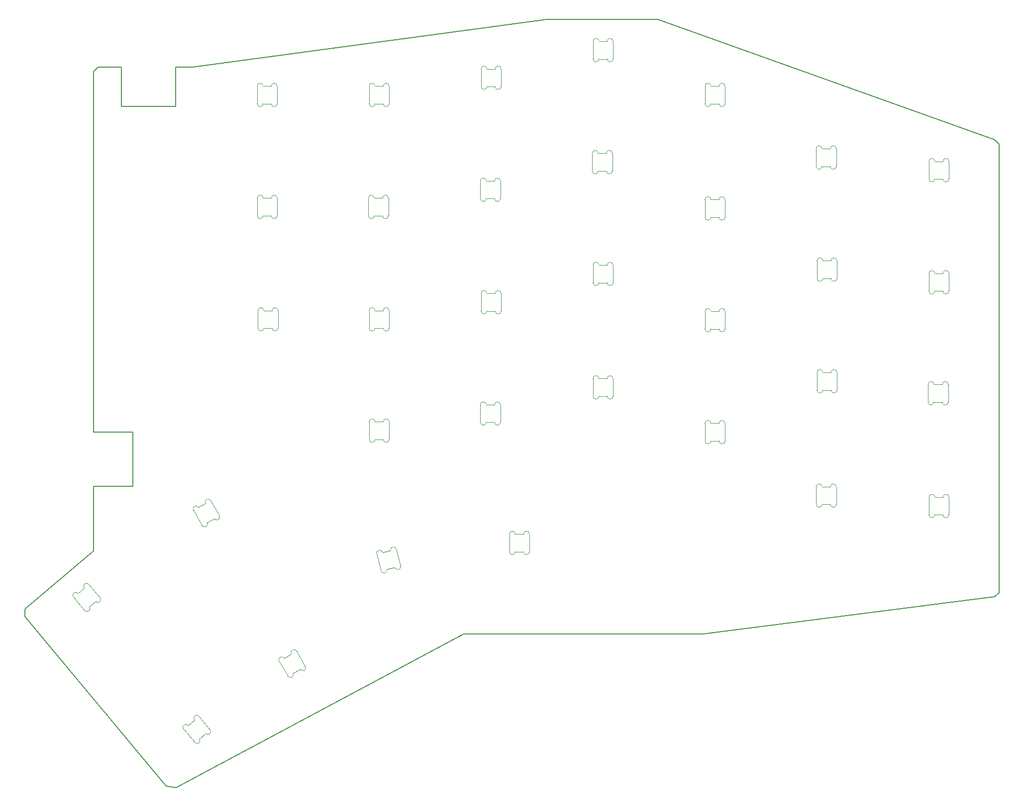
<source format=gbr>
G04 #@! TF.GenerationSoftware,KiCad,Pcbnew,5.1.9-73d0e3b20d~88~ubuntu20.10.1*
G04 #@! TF.CreationDate,2021-02-06T14:41:26+01:00*
G04 #@! TF.ProjectId,YAEMK,5941454d-4b2e-46b6-9963-61645f706362,1.2*
G04 #@! TF.SameCoordinates,Original*
G04 #@! TF.FileFunction,Profile,NP*
%FSLAX46Y46*%
G04 Gerber Fmt 4.6, Leading zero omitted, Abs format (unit mm)*
G04 Created by KiCad (PCBNEW 5.1.9-73d0e3b20d~88~ubuntu20.10.1) date 2021-02-06 14:41:26*
%MOMM*%
%LPD*%
G01*
G04 APERTURE LIST*
G04 #@! TA.AperFunction,Profile*
%ADD10C,0.127000*%
G04 #@! TD*
G04 #@! TA.AperFunction,Profile*
%ADD11C,0.100000*%
G04 #@! TD*
G04 APERTURE END LIST*
D10*
X77139800Y-106883200D02*
X77139800Y-117919500D01*
X77114400Y-36296600D02*
X77114400Y-97637600D01*
X77114400Y-36296600D02*
X77876400Y-35534600D01*
X77114400Y-97637600D02*
X83832700Y-97637600D01*
X83832700Y-97637600D02*
X83832700Y-106883200D01*
X83832700Y-106883200D02*
X77139800Y-106883200D01*
X230505000Y-125730000D02*
X231241600Y-124993400D01*
X230479600Y-47853600D02*
X231241600Y-48615600D01*
X154305000Y-27406600D02*
X93954600Y-35534600D01*
X81889600Y-42240200D02*
X81889600Y-35534600D01*
X91135200Y-42240200D02*
X81889600Y-42240200D01*
X91135200Y-35534600D02*
X91135200Y-42240200D01*
X77139800Y-117919500D02*
X65430400Y-127774700D01*
X65430400Y-129044700D02*
X89471500Y-157988000D01*
X65430400Y-127774700D02*
X65430400Y-129044700D01*
X89471500Y-157988000D02*
X91198700Y-158165800D01*
X91198700Y-158165800D02*
X140093700Y-132080000D01*
X140093700Y-132080000D02*
X180873400Y-132029200D01*
X180873400Y-132029200D02*
X230505000Y-125730000D01*
X231241600Y-124993400D02*
X231241600Y-48615600D01*
X230479600Y-47853600D02*
X173177200Y-27406600D01*
X93954600Y-35534600D02*
X91135200Y-35534600D01*
X154305000Y-27406600D02*
X173177200Y-27406600D01*
X81889600Y-35534600D02*
X77876400Y-35534600D01*
D11*
G04 #@! TO.C,D76*
X221680000Y-51573000D02*
X220280000Y-51573000D01*
X221680000Y-54573000D02*
X220280000Y-54573000D01*
X219280000Y-51573000D02*
X219280000Y-54573000D01*
X222680000Y-54573000D02*
X222680000Y-51573000D01*
X222680000Y-54573000D02*
G75*
G02*
X221680000Y-54573000I-500000J0D01*
G01*
X220280000Y-54573000D02*
G75*
G02*
X219280000Y-54573000I-500000J0D01*
G01*
X221680000Y-51573000D02*
G75*
G02*
X222680000Y-51573000I500000J0D01*
G01*
X219280000Y-51573000D02*
G75*
G02*
X220280000Y-51573000I500000J0D01*
G01*
G04 #@! TO.C,D75*
X202503000Y-49414000D02*
X201103000Y-49414000D01*
X202503000Y-52414000D02*
X201103000Y-52414000D01*
X200103000Y-49414000D02*
X200103000Y-52414000D01*
X203503000Y-52414000D02*
X203503000Y-49414000D01*
X203503000Y-52414000D02*
G75*
G02*
X202503000Y-52414000I-500000J0D01*
G01*
X201103000Y-52414000D02*
G75*
G02*
X200103000Y-52414000I-500000J0D01*
G01*
X202503000Y-49414000D02*
G75*
G02*
X203503000Y-49414000I500000J0D01*
G01*
X200103000Y-49414000D02*
G75*
G02*
X201103000Y-49414000I500000J0D01*
G01*
G04 #@! TO.C,D74*
X183580000Y-38746000D02*
X182180000Y-38746000D01*
X183580000Y-41746000D02*
X182180000Y-41746000D01*
X181180000Y-38746000D02*
X181180000Y-41746000D01*
X184580000Y-41746000D02*
X184580000Y-38746000D01*
X184580000Y-41746000D02*
G75*
G02*
X183580000Y-41746000I-500000J0D01*
G01*
X182180000Y-41746000D02*
G75*
G02*
X181180000Y-41746000I-500000J0D01*
G01*
X183580000Y-38746000D02*
G75*
G02*
X184580000Y-38746000I500000J0D01*
G01*
X181180000Y-38746000D02*
G75*
G02*
X182180000Y-38746000I500000J0D01*
G01*
G04 #@! TO.C,D73*
X164530000Y-31126000D02*
X163130000Y-31126000D01*
X164530000Y-34126000D02*
X163130000Y-34126000D01*
X162130000Y-31126000D02*
X162130000Y-34126000D01*
X165530000Y-34126000D02*
X165530000Y-31126000D01*
X165530000Y-34126000D02*
G75*
G02*
X164530000Y-34126000I-500000J0D01*
G01*
X163130000Y-34126000D02*
G75*
G02*
X162130000Y-34126000I-500000J0D01*
G01*
X164530000Y-31126000D02*
G75*
G02*
X165530000Y-31126000I500000J0D01*
G01*
X162130000Y-31126000D02*
G75*
G02*
X163130000Y-31126000I500000J0D01*
G01*
G04 #@! TO.C,D72*
X145480000Y-35825000D02*
X144080000Y-35825000D01*
X145480000Y-38825000D02*
X144080000Y-38825000D01*
X143080000Y-35825000D02*
X143080000Y-38825000D01*
X146480000Y-38825000D02*
X146480000Y-35825000D01*
X146480000Y-38825000D02*
G75*
G02*
X145480000Y-38825000I-500000J0D01*
G01*
X144080000Y-38825000D02*
G75*
G02*
X143080000Y-38825000I-500000J0D01*
G01*
X145480000Y-35825000D02*
G75*
G02*
X146480000Y-35825000I500000J0D01*
G01*
X143080000Y-35825000D02*
G75*
G02*
X144080000Y-35825000I500000J0D01*
G01*
G04 #@! TO.C,D71*
X126430000Y-38746000D02*
X125030000Y-38746000D01*
X126430000Y-41746000D02*
X125030000Y-41746000D01*
X124030000Y-38746000D02*
X124030000Y-41746000D01*
X127430000Y-41746000D02*
X127430000Y-38746000D01*
X127430000Y-41746000D02*
G75*
G02*
X126430000Y-41746000I-500000J0D01*
G01*
X125030000Y-41746000D02*
G75*
G02*
X124030000Y-41746000I-500000J0D01*
G01*
X126430000Y-38746000D02*
G75*
G02*
X127430000Y-38746000I500000J0D01*
G01*
X124030000Y-38746000D02*
G75*
G02*
X125030000Y-38746000I500000J0D01*
G01*
G04 #@! TO.C,D67*
X107380000Y-38746000D02*
X105980000Y-38746000D01*
X107380000Y-41746000D02*
X105980000Y-41746000D01*
X104980000Y-38746000D02*
X104980000Y-41746000D01*
X108380000Y-41746000D02*
X108380000Y-38746000D01*
X108380000Y-41746000D02*
G75*
G02*
X107380000Y-41746000I-500000J0D01*
G01*
X105980000Y-41746000D02*
G75*
G02*
X104980000Y-41746000I-500000J0D01*
G01*
X107380000Y-38746000D02*
G75*
G02*
X108380000Y-38746000I500000J0D01*
G01*
X104980000Y-38746000D02*
G75*
G02*
X105980000Y-38746000I500000J0D01*
G01*
G04 #@! TO.C,D66*
X105980000Y-60822000D02*
X107380000Y-60822000D01*
X105980000Y-57822000D02*
X107380000Y-57822000D01*
X108380000Y-60822000D02*
X108380000Y-57822000D01*
X104980000Y-57822000D02*
X104980000Y-60822000D01*
X104980000Y-57822000D02*
G75*
G02*
X105980000Y-57822000I500000J0D01*
G01*
X107380000Y-57822000D02*
G75*
G02*
X108380000Y-57822000I500000J0D01*
G01*
X105980000Y-60822000D02*
G75*
G02*
X104980000Y-60822000I-500000J0D01*
G01*
X108380000Y-60822000D02*
G75*
G02*
X107380000Y-60822000I-500000J0D01*
G01*
G04 #@! TO.C,D64*
X124903000Y-60822000D02*
X126303000Y-60822000D01*
X124903000Y-57822000D02*
X126303000Y-57822000D01*
X127303000Y-60822000D02*
X127303000Y-57822000D01*
X123903000Y-57822000D02*
X123903000Y-60822000D01*
X123903000Y-57822000D02*
G75*
G02*
X124903000Y-57822000I500000J0D01*
G01*
X126303000Y-57822000D02*
G75*
G02*
X127303000Y-57822000I500000J0D01*
G01*
X124903000Y-60822000D02*
G75*
G02*
X123903000Y-60822000I-500000J0D01*
G01*
X127303000Y-60822000D02*
G75*
G02*
X126303000Y-60822000I-500000J0D01*
G01*
G04 #@! TO.C,D63*
X143953000Y-57901000D02*
X145353000Y-57901000D01*
X143953000Y-54901000D02*
X145353000Y-54901000D01*
X146353000Y-57901000D02*
X146353000Y-54901000D01*
X142953000Y-54901000D02*
X142953000Y-57901000D01*
X142953000Y-54901000D02*
G75*
G02*
X143953000Y-54901000I500000J0D01*
G01*
X145353000Y-54901000D02*
G75*
G02*
X146353000Y-54901000I500000J0D01*
G01*
X143953000Y-57901000D02*
G75*
G02*
X142953000Y-57901000I-500000J0D01*
G01*
X146353000Y-57901000D02*
G75*
G02*
X145353000Y-57901000I-500000J0D01*
G01*
G04 #@! TO.C,D61*
X163003000Y-53202000D02*
X164403000Y-53202000D01*
X163003000Y-50202000D02*
X164403000Y-50202000D01*
X165403000Y-53202000D02*
X165403000Y-50202000D01*
X162003000Y-50202000D02*
X162003000Y-53202000D01*
X162003000Y-50202000D02*
G75*
G02*
X163003000Y-50202000I500000J0D01*
G01*
X164403000Y-50202000D02*
G75*
G02*
X165403000Y-50202000I500000J0D01*
G01*
X163003000Y-53202000D02*
G75*
G02*
X162003000Y-53202000I-500000J0D01*
G01*
X165403000Y-53202000D02*
G75*
G02*
X164403000Y-53202000I-500000J0D01*
G01*
G04 #@! TO.C,D60*
X182180000Y-61076000D02*
X183580000Y-61076000D01*
X182180000Y-58076000D02*
X183580000Y-58076000D01*
X184580000Y-61076000D02*
X184580000Y-58076000D01*
X181180000Y-58076000D02*
X181180000Y-61076000D01*
X181180000Y-58076000D02*
G75*
G02*
X182180000Y-58076000I500000J0D01*
G01*
X183580000Y-58076000D02*
G75*
G02*
X184580000Y-58076000I500000J0D01*
G01*
X182180000Y-61076000D02*
G75*
G02*
X181180000Y-61076000I-500000J0D01*
G01*
X184580000Y-61076000D02*
G75*
G02*
X183580000Y-61076000I-500000J0D01*
G01*
G04 #@! TO.C,D58*
X201230000Y-71490000D02*
X202630000Y-71490000D01*
X201230000Y-68490000D02*
X202630000Y-68490000D01*
X203630000Y-71490000D02*
X203630000Y-68490000D01*
X200230000Y-68490000D02*
X200230000Y-71490000D01*
X200230000Y-68490000D02*
G75*
G02*
X201230000Y-68490000I500000J0D01*
G01*
X202630000Y-68490000D02*
G75*
G02*
X203630000Y-68490000I500000J0D01*
G01*
X201230000Y-71490000D02*
G75*
G02*
X200230000Y-71490000I-500000J0D01*
G01*
X203630000Y-71490000D02*
G75*
G02*
X202630000Y-71490000I-500000J0D01*
G01*
G04 #@! TO.C,D57*
X220280000Y-73649000D02*
X221680000Y-73649000D01*
X220280000Y-70649000D02*
X221680000Y-70649000D01*
X222680000Y-73649000D02*
X222680000Y-70649000D01*
X219280000Y-70649000D02*
X219280000Y-73649000D01*
X219280000Y-70649000D02*
G75*
G02*
X220280000Y-70649000I500000J0D01*
G01*
X221680000Y-70649000D02*
G75*
G02*
X222680000Y-70649000I500000J0D01*
G01*
X220280000Y-73649000D02*
G75*
G02*
X219280000Y-73649000I-500000J0D01*
G01*
X222680000Y-73649000D02*
G75*
G02*
X221680000Y-73649000I-500000J0D01*
G01*
G04 #@! TO.C,D56*
X221553000Y-89546000D02*
X220153000Y-89546000D01*
X221553000Y-92546000D02*
X220153000Y-92546000D01*
X219153000Y-89546000D02*
X219153000Y-92546000D01*
X222553000Y-92546000D02*
X222553000Y-89546000D01*
X222553000Y-92546000D02*
G75*
G02*
X221553000Y-92546000I-500000J0D01*
G01*
X220153000Y-92546000D02*
G75*
G02*
X219153000Y-92546000I-500000J0D01*
G01*
X221553000Y-89546000D02*
G75*
G02*
X222553000Y-89546000I500000J0D01*
G01*
X219153000Y-89546000D02*
G75*
G02*
X220153000Y-89546000I500000J0D01*
G01*
G04 #@! TO.C,D55*
X202630000Y-87514000D02*
X201230000Y-87514000D01*
X202630000Y-90514000D02*
X201230000Y-90514000D01*
X200230000Y-87514000D02*
X200230000Y-90514000D01*
X203630000Y-90514000D02*
X203630000Y-87514000D01*
X203630000Y-90514000D02*
G75*
G02*
X202630000Y-90514000I-500000J0D01*
G01*
X201230000Y-90514000D02*
G75*
G02*
X200230000Y-90514000I-500000J0D01*
G01*
X202630000Y-87514000D02*
G75*
G02*
X203630000Y-87514000I500000J0D01*
G01*
X200230000Y-87514000D02*
G75*
G02*
X201230000Y-87514000I500000J0D01*
G01*
G04 #@! TO.C,D54*
X183580000Y-77100000D02*
X182180000Y-77100000D01*
X183580000Y-80100000D02*
X182180000Y-80100000D01*
X181180000Y-77100000D02*
X181180000Y-80100000D01*
X184580000Y-80100000D02*
X184580000Y-77100000D01*
X184580000Y-80100000D02*
G75*
G02*
X183580000Y-80100000I-500000J0D01*
G01*
X182180000Y-80100000D02*
G75*
G02*
X181180000Y-80100000I-500000J0D01*
G01*
X183580000Y-77100000D02*
G75*
G02*
X184580000Y-77100000I500000J0D01*
G01*
X181180000Y-77100000D02*
G75*
G02*
X182180000Y-77100000I500000J0D01*
G01*
G04 #@! TO.C,D53*
X164530000Y-69226000D02*
X163130000Y-69226000D01*
X164530000Y-72226000D02*
X163130000Y-72226000D01*
X162130000Y-69226000D02*
X162130000Y-72226000D01*
X165530000Y-72226000D02*
X165530000Y-69226000D01*
X165530000Y-72226000D02*
G75*
G02*
X164530000Y-72226000I-500000J0D01*
G01*
X163130000Y-72226000D02*
G75*
G02*
X162130000Y-72226000I-500000J0D01*
G01*
X164530000Y-69226000D02*
G75*
G02*
X165530000Y-69226000I500000J0D01*
G01*
X162130000Y-69226000D02*
G75*
G02*
X163130000Y-69226000I500000J0D01*
G01*
G04 #@! TO.C,D52*
X145480000Y-74052000D02*
X144080000Y-74052000D01*
X145480000Y-77052000D02*
X144080000Y-77052000D01*
X143080000Y-74052000D02*
X143080000Y-77052000D01*
X146480000Y-77052000D02*
X146480000Y-74052000D01*
X146480000Y-77052000D02*
G75*
G02*
X145480000Y-77052000I-500000J0D01*
G01*
X144080000Y-77052000D02*
G75*
G02*
X143080000Y-77052000I-500000J0D01*
G01*
X145480000Y-74052000D02*
G75*
G02*
X146480000Y-74052000I500000J0D01*
G01*
X143080000Y-74052000D02*
G75*
G02*
X144080000Y-74052000I500000J0D01*
G01*
G04 #@! TO.C,D51*
X126430000Y-76973000D02*
X125030000Y-76973000D01*
X126430000Y-79973000D02*
X125030000Y-79973000D01*
X124030000Y-76973000D02*
X124030000Y-79973000D01*
X127430000Y-79973000D02*
X127430000Y-76973000D01*
X127430000Y-79973000D02*
G75*
G02*
X126430000Y-79973000I-500000J0D01*
G01*
X125030000Y-79973000D02*
G75*
G02*
X124030000Y-79973000I-500000J0D01*
G01*
X126430000Y-76973000D02*
G75*
G02*
X127430000Y-76973000I500000J0D01*
G01*
X124030000Y-76973000D02*
G75*
G02*
X125030000Y-76973000I500000J0D01*
G01*
G04 #@! TO.C,D50*
X107507000Y-76973000D02*
X106107000Y-76973000D01*
X107507000Y-79973000D02*
X106107000Y-79973000D01*
X105107000Y-76973000D02*
X105107000Y-79973000D01*
X108507000Y-79973000D02*
X108507000Y-76973000D01*
X108507000Y-79973000D02*
G75*
G02*
X107507000Y-79973000I-500000J0D01*
G01*
X106107000Y-79973000D02*
G75*
G02*
X105107000Y-79973000I-500000J0D01*
G01*
X107507000Y-76973000D02*
G75*
G02*
X108507000Y-76973000I500000J0D01*
G01*
X105107000Y-76973000D02*
G75*
G02*
X106107000Y-76973000I500000J0D01*
G01*
G04 #@! TO.C,D49*
X125030000Y-98922000D02*
X126430000Y-98922000D01*
X125030000Y-95922000D02*
X126430000Y-95922000D01*
X127430000Y-98922000D02*
X127430000Y-95922000D01*
X124030000Y-95922000D02*
X124030000Y-98922000D01*
X124030000Y-95922000D02*
G75*
G02*
X125030000Y-95922000I500000J0D01*
G01*
X126430000Y-95922000D02*
G75*
G02*
X127430000Y-95922000I500000J0D01*
G01*
X125030000Y-98922000D02*
G75*
G02*
X124030000Y-98922000I-500000J0D01*
G01*
X127430000Y-98922000D02*
G75*
G02*
X126430000Y-98922000I-500000J0D01*
G01*
G04 #@! TO.C,D48*
X143953000Y-96001000D02*
X145353000Y-96001000D01*
X143953000Y-93001000D02*
X145353000Y-93001000D01*
X146353000Y-96001000D02*
X146353000Y-93001000D01*
X142953000Y-93001000D02*
X142953000Y-96001000D01*
X142953000Y-93001000D02*
G75*
G02*
X143953000Y-93001000I500000J0D01*
G01*
X145353000Y-93001000D02*
G75*
G02*
X146353000Y-93001000I500000J0D01*
G01*
X143953000Y-96001000D02*
G75*
G02*
X142953000Y-96001000I-500000J0D01*
G01*
X146353000Y-96001000D02*
G75*
G02*
X145353000Y-96001000I-500000J0D01*
G01*
G04 #@! TO.C,D47*
X163130000Y-91556000D02*
X164530000Y-91556000D01*
X163130000Y-88556000D02*
X164530000Y-88556000D01*
X165530000Y-91556000D02*
X165530000Y-88556000D01*
X162130000Y-88556000D02*
X162130000Y-91556000D01*
X162130000Y-88556000D02*
G75*
G02*
X163130000Y-88556000I500000J0D01*
G01*
X164530000Y-88556000D02*
G75*
G02*
X165530000Y-88556000I500000J0D01*
G01*
X163130000Y-91556000D02*
G75*
G02*
X162130000Y-91556000I-500000J0D01*
G01*
X165530000Y-91556000D02*
G75*
G02*
X164530000Y-91556000I-500000J0D01*
G01*
G04 #@! TO.C,D46*
X220280000Y-111749000D02*
X221680000Y-111749000D01*
X220280000Y-108749000D02*
X221680000Y-108749000D01*
X222680000Y-111749000D02*
X222680000Y-108749000D01*
X219280000Y-108749000D02*
X219280000Y-111749000D01*
X219280000Y-108749000D02*
G75*
G02*
X220280000Y-108749000I500000J0D01*
G01*
X221680000Y-108749000D02*
G75*
G02*
X222680000Y-108749000I500000J0D01*
G01*
X220280000Y-111749000D02*
G75*
G02*
X219280000Y-111749000I-500000J0D01*
G01*
X222680000Y-111749000D02*
G75*
G02*
X221680000Y-111749000I-500000J0D01*
G01*
G04 #@! TO.C,D45*
X182180000Y-99176000D02*
X183580000Y-99176000D01*
X182180000Y-96176000D02*
X183580000Y-96176000D01*
X184580000Y-99176000D02*
X184580000Y-96176000D01*
X181180000Y-96176000D02*
X181180000Y-99176000D01*
X181180000Y-96176000D02*
G75*
G02*
X182180000Y-96176000I500000J0D01*
G01*
X183580000Y-96176000D02*
G75*
G02*
X184580000Y-96176000I500000J0D01*
G01*
X182180000Y-99176000D02*
G75*
G02*
X181180000Y-99176000I-500000J0D01*
G01*
X184580000Y-99176000D02*
G75*
G02*
X183580000Y-99176000I-500000J0D01*
G01*
G04 #@! TO.C,D44*
X201103000Y-109971000D02*
X202503000Y-109971000D01*
X201103000Y-106971000D02*
X202503000Y-106971000D01*
X203503000Y-109971000D02*
X203503000Y-106971000D01*
X200103000Y-106971000D02*
X200103000Y-109971000D01*
X200103000Y-106971000D02*
G75*
G02*
X201103000Y-106971000I500000J0D01*
G01*
X202503000Y-106971000D02*
G75*
G02*
X203503000Y-106971000I500000J0D01*
G01*
X201103000Y-109971000D02*
G75*
G02*
X200103000Y-109971000I-500000J0D01*
G01*
X203503000Y-109971000D02*
G75*
G02*
X202503000Y-109971000I-500000J0D01*
G01*
G04 #@! TO.C,D42*
X148906000Y-118035500D02*
X150306000Y-118035500D01*
X148906000Y-115035500D02*
X150306000Y-115035500D01*
X151306000Y-118035500D02*
X151306000Y-115035500D01*
X147906000Y-115035500D02*
X147906000Y-118035500D01*
X147906000Y-115035500D02*
G75*
G02*
X148906000Y-115035500I500000J0D01*
G01*
X150306000Y-115035500D02*
G75*
G02*
X151306000Y-115035500I500000J0D01*
G01*
X148906000Y-118035500D02*
G75*
G02*
X147906000Y-118035500I-500000J0D01*
G01*
X151306000Y-118035500D02*
G75*
G02*
X150306000Y-118035500I-500000J0D01*
G01*
G04 #@! TO.C,D40*
X127663455Y-117809870D02*
X126305041Y-118148560D01*
X128389221Y-120720757D02*
X127030807Y-121059448D01*
X125334745Y-118390482D02*
X126060511Y-121301369D01*
X129359517Y-120478835D02*
X128633751Y-117567948D01*
X129359517Y-120478835D02*
G75*
G02*
X128389221Y-120720757I-485148J-120961D01*
G01*
X127030807Y-121059447D02*
G75*
G02*
X126060511Y-121301369I-485148J-120961D01*
G01*
X127663455Y-117809870D02*
G75*
G02*
X128633751Y-117567948I485148J120961D01*
G01*
X125334745Y-118390482D02*
G75*
G02*
X126305041Y-118148560I485148J120961D01*
G01*
G04 #@! TO.C,D39*
X110784218Y-135453218D02*
X109571782Y-136153218D01*
X112284218Y-138051295D02*
X111071782Y-138751295D01*
X108705757Y-136653218D02*
X110205757Y-139251295D01*
X113150243Y-137551295D02*
X111650243Y-134953218D01*
X113150242Y-137551295D02*
G75*
G02*
X112284218Y-138051295I-433012J-250000D01*
G01*
X111071783Y-138751295D02*
G75*
G02*
X110205757Y-139251295I-433013J-250000D01*
G01*
X110784217Y-135453218D02*
G75*
G02*
X111650243Y-134953218I433013J250000D01*
G01*
X108705758Y-136653218D02*
G75*
G02*
X109571782Y-136153218I433012J250000D01*
G01*
G04 #@! TO.C,D38*
X94287559Y-146693236D02*
X93215097Y-147593138D01*
X96215922Y-148991369D02*
X95143460Y-149891272D01*
X92449053Y-148235926D02*
X94377416Y-150534059D01*
X96981967Y-148348582D02*
X95053604Y-146050448D01*
X96981966Y-148348581D02*
G75*
G02*
X96215922Y-148991369I-383022J-321394D01*
G01*
X95143460Y-149891273D02*
G75*
G02*
X94377416Y-150534059I-383022J-321393D01*
G01*
X94287560Y-146693236D02*
G75*
G02*
X95053604Y-146050448I383022J321394D01*
G01*
X92449053Y-148235926D02*
G75*
G02*
X93215097Y-147593138I383022J321394D01*
G01*
G04 #@! TO.C,D37*
X74482597Y-125114138D02*
X75555059Y-124214236D01*
X76410960Y-127412272D02*
X77483422Y-126512369D01*
X76321104Y-123571448D02*
X78249467Y-125869582D01*
X75644916Y-128055059D02*
X73716553Y-125756926D01*
X75644916Y-128055060D02*
G75*
G03*
X76410960Y-127412272I383022J321394D01*
G01*
X77483421Y-126512368D02*
G75*
G03*
X78249467Y-125869582I383023J321393D01*
G01*
X74482597Y-125114138D02*
G75*
G03*
X73716553Y-125756926I-383022J-321394D01*
G01*
X76321105Y-123571448D02*
G75*
G03*
X75555059Y-124214236I-383023J-321394D01*
G01*
G04 #@! TO.C,D35*
X96479782Y-113085782D02*
X97692218Y-112385782D01*
X94979782Y-110487705D02*
X96192218Y-109787705D01*
X98558243Y-111885782D02*
X97058243Y-109287705D01*
X94113757Y-110987705D02*
X95613757Y-113585782D01*
X94113758Y-110987705D02*
G75*
G02*
X94979782Y-110487705I433012J250000D01*
G01*
X96192217Y-109787705D02*
G75*
G02*
X97058243Y-109287705I433013J250000D01*
G01*
X96479783Y-113085782D02*
G75*
G02*
X95613757Y-113585782I-433013J-250000D01*
G01*
X98558242Y-111885782D02*
G75*
G02*
X97692218Y-112385782I-433012J-250000D01*
G01*
G04 #@! TD*
M02*

</source>
